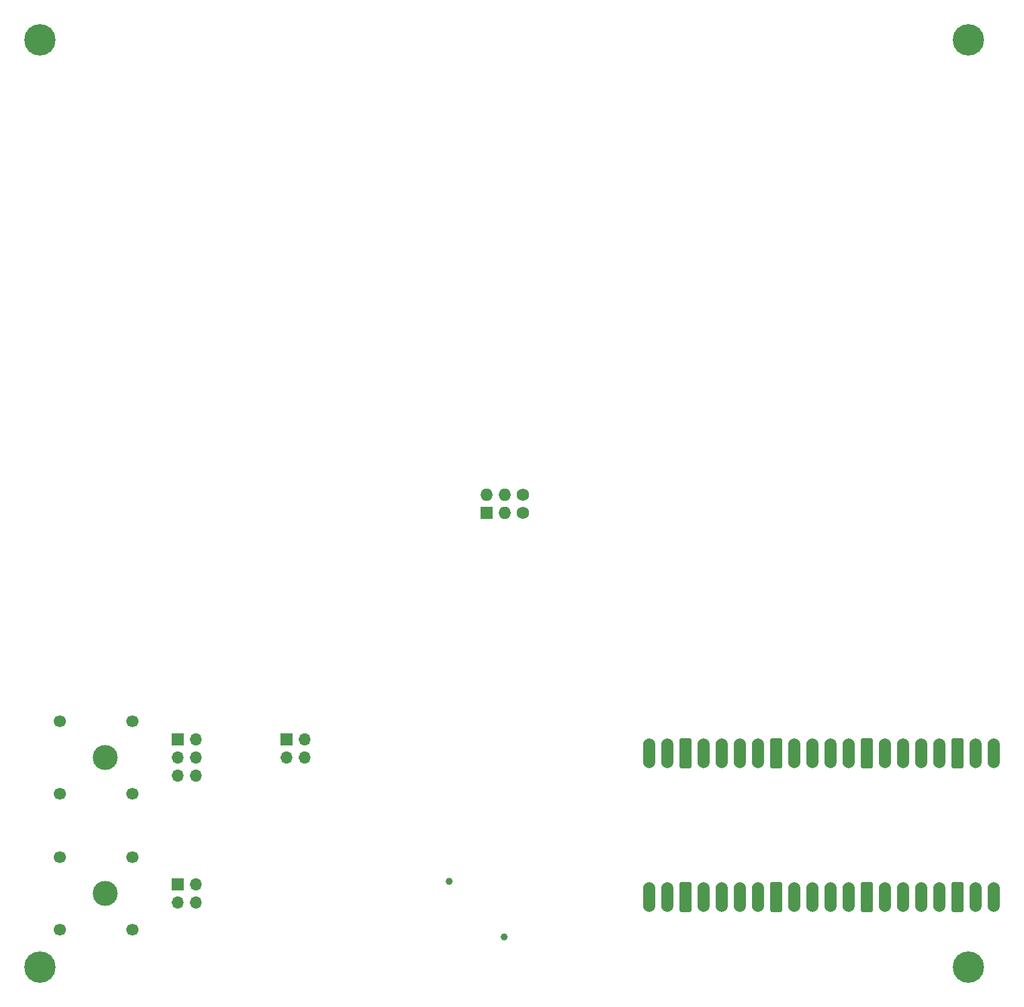
<source format=gbs>
%TF.GenerationSoftware,KiCad,Pcbnew,8.99.0-2651-g201b60c670*%
%TF.CreationDate,2024-10-15T13:29:43+02:00*%
%TF.ProjectId,SAO Dev Board,53414f20-4465-4762-9042-6f6172642e6b,1.1*%
%TF.SameCoordinates,PX1c9c380PY1c9c380*%
%TF.FileFunction,Soldermask,Bot*%
%TF.FilePolarity,Negative*%
%FSLAX46Y46*%
G04 Gerber Fmt 4.6, Leading zero omitted, Abs format (unit mm)*
G04 Created by KiCad (PCBNEW 8.99.0-2651-g201b60c670) date 2024-10-15 13:29:43*
%MOMM*%
%LPD*%
G01*
G04 APERTURE LIST*
G04 Aperture macros list*
%AMRoundRect*
0 Rectangle with rounded corners*
0 $1 Rounding radius*
0 $2 $3 $4 $5 $6 $7 $8 $9 X,Y pos of 4 corners*
0 Add a 4 corners polygon primitive as box body*
4,1,4,$2,$3,$4,$5,$6,$7,$8,$9,$2,$3,0*
0 Add four circle primitives for the rounded corners*
1,1,$1+$1,$2,$3*
1,1,$1+$1,$4,$5*
1,1,$1+$1,$6,$7*
1,1,$1+$1,$8,$9*
0 Add four rect primitives between the rounded corners*
20,1,$1+$1,$2,$3,$4,$5,0*
20,1,$1+$1,$4,$5,$6,$7,0*
20,1,$1+$1,$6,$7,$8,$9,0*
20,1,$1+$1,$8,$9,$2,$3,0*%
G04 Aperture macros list end*
%ADD10O,1.700000X4.200000*%
%ADD11RoundRect,0.250000X0.600000X-1.850000X0.600000X1.850000X-0.600000X1.850000X-0.600000X-1.850000X0*%
%ADD12C,1.000000*%
%ADD13C,0.700000*%
%ADD14C,4.400000*%
%ADD15C,1.700000*%
%ADD16C,3.500000*%
%ADD17R,1.700000X1.700000*%
%ADD18O,1.700000X1.700000*%
%ADD19O,1.727200X1.727200*%
%ADD20R,1.727200X1.727200*%
%ADD21C,1.727200*%
%ADD22RoundRect,0.250000X-0.600000X1.850000X-0.600000X-1.850000X0.600000X-1.850000X0.600000X1.850000X0*%
G04 APERTURE END LIST*
D10*
%TO.C,J8*%
X90320000Y-125174999D03*
X92860004Y-125175002D03*
D11*
X95400000Y-125174999D03*
D10*
X97940000Y-125174999D03*
X100480000Y-125175004D03*
X103019999Y-125174999D03*
X105560000Y-125174999D03*
D11*
X108100000Y-125174999D03*
D10*
X110640000Y-125174999D03*
X113179998Y-125174999D03*
X115720000Y-125174999D03*
X118260000Y-125174999D03*
D11*
X120800000Y-125175000D03*
D10*
X123340000Y-125174999D03*
X125880000Y-125174999D03*
X128419999Y-125174999D03*
X130960000Y-125174999D03*
D11*
X133500000Y-125174999D03*
D10*
X136040002Y-125175000D03*
X138580000Y-125174999D03*
%TD*%
D12*
%TO.C,SW1*%
X62257180Y-122964645D03*
X70035355Y-130742820D03*
%TD*%
D13*
%TO.C,REF\u002A\u002A*%
X133350000Y-5000000D03*
X133833274Y-3833274D03*
X133833274Y-6166726D03*
X135000000Y-3350000D03*
D14*
X135000000Y-5000000D03*
D13*
X135000000Y-6650000D03*
X136166726Y-3833274D03*
X136166726Y-6166726D03*
X136650000Y-5000000D03*
%TD*%
D15*
%TO.C,J2*%
X7760000Y-119530000D03*
X7760000Y-129690000D03*
X17920000Y-119530000D03*
X17920000Y-129690000D03*
D16*
X14120000Y-124610000D03*
%TD*%
D17*
%TO.C,J4*%
X24275000Y-123335000D03*
D18*
X26815000Y-123335000D03*
X24275000Y-125875000D03*
X26815000Y-125875000D03*
%TD*%
D17*
%TO.C,J5*%
X39520000Y-103020000D03*
D18*
X42060000Y-103020000D03*
X39520000Y-105560000D03*
X42060000Y-105560000D03*
%TD*%
D17*
%TO.C,J3*%
X24275000Y-103035000D03*
D18*
X26815000Y-103035000D03*
X24275000Y-105575000D03*
X26815000Y-105575000D03*
X24275000Y-108115000D03*
X26815000Y-108115000D03*
%TD*%
D19*
%TO.C,X1*%
X67520000Y-68750000D03*
D20*
X67520000Y-71290000D03*
D19*
X70060000Y-68750000D03*
X70060000Y-71290000D03*
D21*
X72600000Y-68750000D03*
X72600000Y-71290000D03*
%TD*%
D15*
%TO.C,J1*%
X7760000Y-100480000D03*
X7760000Y-110640000D03*
X17920000Y-100480000D03*
X17920000Y-110640000D03*
D16*
X14120000Y-105560000D03*
%TD*%
D10*
%TO.C,J7*%
X138580000Y-104995000D03*
X136039996Y-104994999D03*
D22*
X133500000Y-104995000D03*
D10*
X130960000Y-104995000D03*
X128420001Y-104994997D03*
X125880001Y-104995000D03*
X123340000Y-104995000D03*
D22*
X120800000Y-104995000D03*
D10*
X118260000Y-104995000D03*
X115720002Y-104995000D03*
X113180000Y-104995000D03*
X110640000Y-104995000D03*
D22*
X108100000Y-104994999D03*
D10*
X105560000Y-104995000D03*
X103020000Y-104995000D03*
X100480003Y-104995000D03*
X97940000Y-104995000D03*
D22*
X95400000Y-104995000D03*
D10*
X92859998Y-104994999D03*
X90320000Y-104995000D03*
%TD*%
D13*
%TO.C,REF\u002A\u002A*%
X3350000Y-135000000D03*
X3833274Y-133833274D03*
X3833274Y-136166726D03*
X5000000Y-133350000D03*
D14*
X5000000Y-135000000D03*
D13*
X5000000Y-136650000D03*
X6166726Y-133833274D03*
X6166726Y-136166726D03*
X6650000Y-135000000D03*
%TD*%
%TO.C,REF\u002A\u002A*%
X133350000Y-135000000D03*
X133833274Y-133833274D03*
X133833274Y-136166726D03*
X135000000Y-133350000D03*
D14*
X135000000Y-135000000D03*
D13*
X135000000Y-136650000D03*
X136166726Y-133833274D03*
X136166726Y-136166726D03*
X136650000Y-135000000D03*
%TD*%
%TO.C,REF\u002A\u002A*%
X3350000Y-5000000D03*
X3833274Y-3833274D03*
X3833274Y-6166726D03*
X5000000Y-3350000D03*
D14*
X5000000Y-5000000D03*
D13*
X5000000Y-6650000D03*
X6166726Y-3833274D03*
X6166726Y-6166726D03*
X6650000Y-5000000D03*
%TD*%
M02*

</source>
